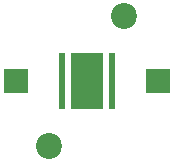
<source format=gbr>
%TF.GenerationSoftware,KiCad,Pcbnew,6.0.8-f2edbf62ab~116~ubuntu22.04.1*%
%TF.CreationDate,2022-11-11T11:19:36+01:00*%
%TF.ProjectId,16mm_led,31366d6d-5f6c-4656-942e-6b696361645f,rev?*%
%TF.SameCoordinates,Original*%
%TF.FileFunction,Soldermask,Top*%
%TF.FilePolarity,Negative*%
%FSLAX46Y46*%
G04 Gerber Fmt 4.6, Leading zero omitted, Abs format (unit mm)*
G04 Created by KiCad (PCBNEW 6.0.8-f2edbf62ab~116~ubuntu22.04.1) date 2022-11-11 11:19:36*
%MOMM*%
%LPD*%
G01*
G04 APERTURE LIST*
%ADD10C,2.200000*%
%ADD11R,2.000000X2.000000*%
%ADD12R,0.500000X4.780000*%
%ADD13R,2.780000X4.780000*%
G04 APERTURE END LIST*
D10*
%TO.C,H1*%
X103175000Y-94500739D03*
%TD*%
%TO.C,H2*%
X96825000Y-105499261D03*
%TD*%
D11*
%TO.C,TP2*%
X106000000Y-100000000D03*
%TD*%
%TO.C,TP1*%
X94000000Y-100000000D03*
%TD*%
D12*
%TO.C,D1*%
X97860000Y-100000000D03*
X102140000Y-100000000D03*
D13*
X100000000Y-100000000D03*
%TD*%
M02*

</source>
